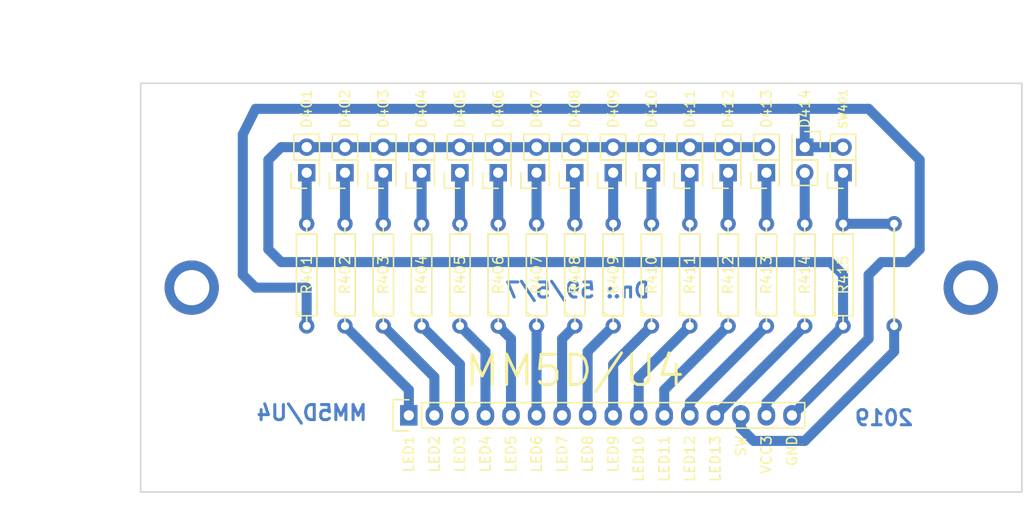
<source format=kicad_pcb>
(kicad_pcb (version 4) (host pcbnew 4.0.7)

  (general
    (links 0)
    (no_connects 0)
    (area 102.794999 74.854999 190.575001 115.645001)
    (thickness 1.6)
    (drawings 30)
    (tracks 73)
    (zones 0)
    (modules 35)
    (nets 1)
  )

  (page A4)
  (title_block
    (title "MM5D controlling and remote monitoring equipment")
    (date 2019-11-01)
    (rev 191101)
    (company "Pozsar Zsolt - http://www.szerafingomba.hu")
    (comment 1 "Unit U4")
    (comment 2 LEDs)
    (comment 4 "Draw no.: 59/5/7")
  )

  (layers
    (0 F.Cu signal)
    (31 B.Cu jumper)
    (32 B.Adhes user)
    (33 F.Adhes user)
    (34 B.Paste user)
    (35 F.Paste user)
    (36 B.SilkS user)
    (37 F.SilkS user)
    (38 B.Mask user)
    (39 F.Mask user)
    (40 Dwgs.User user)
    (41 Cmts.User user)
    (42 Eco1.User user)
    (43 Eco2.User user)
    (44 Edge.Cuts user)
    (45 Margin user)
    (46 B.CrtYd user)
    (47 F.CrtYd user)
    (48 B.Fab user)
    (49 F.Fab user)
  )

  (setup
    (last_trace_width 0.25)
    (user_trace_width 1)
    (trace_clearance 0.2)
    (zone_clearance 0.508)
    (zone_45_only no)
    (trace_min 0.2)
    (segment_width 0.2)
    (edge_width 0.15)
    (via_size 0.6)
    (via_drill 0.4)
    (via_min_size 0.4)
    (via_min_drill 0.3)
    (uvia_size 0.3)
    (uvia_drill 0.1)
    (uvias_allowed no)
    (uvia_min_size 0.2)
    (uvia_min_drill 0.1)
    (pcb_text_width 0.3)
    (pcb_text_size 1.5 1.5)
    (mod_edge_width 0.15)
    (mod_text_size 1 1)
    (mod_text_width 0.15)
    (pad_size 1.524 1.524)
    (pad_drill 0.8128)
    (pad_to_mask_clearance 0.2)
    (aux_axis_origin 0 0)
    (visible_elements 7FFEFF7F)
    (pcbplotparams
      (layerselection 0x01060_80000000)
      (usegerberextensions false)
      (excludeedgelayer false)
      (linewidth 0.150000)
      (plotframeref false)
      (viasonmask false)
      (mode 1)
      (useauxorigin false)
      (hpglpennumber 1)
      (hpglpenspeed 20)
      (hpglpendiameter 15)
      (hpglpenoverlay 2)
      (psnegative false)
      (psa4output false)
      (plotreference true)
      (plotvalue false)
      (plotinvisibletext false)
      (padsonsilk false)
      (subtractmaskfromsilk false)
      (outputformat 1)
      (mirror false)
      (drillshape 0)
      (scaleselection 1)
      (outputdirectory ""))
  )

  (net 0 "")

  (net_class Default "This is the default net class."
    (clearance 0.2)
    (trace_width 0.25)
    (via_dia 0.6)
    (via_drill 0.4)
    (uvia_dia 0.3)
    (uvia_drill 0.1)
  )

  (module Discret:R4 (layer F.Cu) (tedit 5E47ED23) (tstamp 5E48C715)
    (at 149.86 93.98 90)
    (descr "Resitance 4 pas")
    (tags R)
    (fp_text reference R409 (at 0 0 90) (layer F.SilkS)
      (effects (font (size 1 1) (thickness 0.15)))
    )
    (fp_text value R4 (at 0 0 90) (layer F.Fab)
      (effects (font (size 1 1) (thickness 0.15)))
    )
    (fp_line (start -5.08 0) (end -4.064 0) (layer F.SilkS) (width 0.15))
    (fp_line (start -4.064 0) (end -4.064 -1.016) (layer F.SilkS) (width 0.15))
    (fp_line (start -4.064 -1.016) (end 4.064 -1.016) (layer F.SilkS) (width 0.15))
    (fp_line (start 4.064 -1.016) (end 4.064 1.016) (layer F.SilkS) (width 0.15))
    (fp_line (start 4.064 1.016) (end -4.064 1.016) (layer F.SilkS) (width 0.15))
    (fp_line (start -4.064 1.016) (end -4.064 0) (layer F.SilkS) (width 0.15))
    (fp_line (start -4.064 -0.508) (end -3.556 -1.016) (layer F.SilkS) (width 0.15))
    (fp_line (start 5.08 0) (end 4.064 0) (layer F.SilkS) (width 0.15))
    (pad 1 thru_hole circle (at -5.08 0 90) (size 1.524 1.524) (drill 0.8128) (layers *.Cu *.Mask))
    (pad 2 thru_hole circle (at 5.08 0 90) (size 1.524 1.524) (drill 0.8128) (layers *.Cu *.Mask))
    (model Discret.3dshapes/R4.wrl
      (at (xyz 0 0 0))
      (scale (xyz 0.4 0.4 0.4))
      (rotate (xyz 0 0 0))
    )
  )

  (module Pin_Headers:Pin_Header_Straight_2x01 (layer F.Cu) (tedit 5E47EC23) (tstamp 5E48C705)
    (at 149.86 83.82 90)
    (descr "Through hole pin header")
    (tags "pin header")
    (fp_text reference D409 (at 6.35 0 90) (layer F.SilkS)
      (effects (font (size 1 1) (thickness 0.15)))
    )
    (fp_text value Pin_Header_Straight_2x01 (at 0 -3.1 90) (layer F.Fab)
      (effects (font (size 1 1) (thickness 0.15)))
    )
    (fp_line (start -1.75 -1.75) (end -1.75 1.75) (layer F.CrtYd) (width 0.05))
    (fp_line (start 4.3 -1.75) (end 4.3 1.75) (layer F.CrtYd) (width 0.05))
    (fp_line (start -1.75 -1.75) (end 4.3 -1.75) (layer F.CrtYd) (width 0.05))
    (fp_line (start -1.75 1.75) (end 4.3 1.75) (layer F.CrtYd) (width 0.05))
    (fp_line (start -1.55 0) (end -1.55 -1.55) (layer F.SilkS) (width 0.15))
    (fp_line (start 0 -1.55) (end -1.55 -1.55) (layer F.SilkS) (width 0.15))
    (fp_line (start -1.27 1.27) (end 1.27 1.27) (layer F.SilkS) (width 0.15))
    (fp_line (start 3.81 -1.27) (end 1.27 -1.27) (layer F.SilkS) (width 0.15))
    (fp_line (start 1.27 -1.27) (end 1.27 1.27) (layer F.SilkS) (width 0.15))
    (fp_line (start 1.27 1.27) (end 3.81 1.27) (layer F.SilkS) (width 0.15))
    (fp_line (start 3.81 1.27) (end 3.81 -1.27) (layer F.SilkS) (width 0.15))
    (pad 1 thru_hole rect (at 0 0 90) (size 1.7272 1.7272) (drill 1.016) (layers *.Cu *.Mask))
    (pad 2 thru_hole oval (at 2.54 0 90) (size 1.7272 1.7272) (drill 1.016) (layers *.Cu *.Mask))
    (model Pin_Headers.3dshapes/Pin_Header_Straight_2x01.wrl
      (at (xyz 0.05 0 0))
      (scale (xyz 1 1 1))
      (rotate (xyz 0 0 90))
    )
  )

  (module Pin_Headers:Pin_Header_Straight_2x01 (layer F.Cu) (tedit 5E47EC2C) (tstamp 5E48C6F5)
    (at 153.67 83.82 90)
    (descr "Through hole pin header")
    (tags "pin header")
    (fp_text reference D410 (at 6.35 0 90) (layer F.SilkS)
      (effects (font (size 1 1) (thickness 0.15)))
    )
    (fp_text value Pin_Header_Straight_2x01 (at 0 -3.1 90) (layer F.Fab)
      (effects (font (size 1 1) (thickness 0.15)))
    )
    (fp_line (start -1.75 -1.75) (end -1.75 1.75) (layer F.CrtYd) (width 0.05))
    (fp_line (start 4.3 -1.75) (end 4.3 1.75) (layer F.CrtYd) (width 0.05))
    (fp_line (start -1.75 -1.75) (end 4.3 -1.75) (layer F.CrtYd) (width 0.05))
    (fp_line (start -1.75 1.75) (end 4.3 1.75) (layer F.CrtYd) (width 0.05))
    (fp_line (start -1.55 0) (end -1.55 -1.55) (layer F.SilkS) (width 0.15))
    (fp_line (start 0 -1.55) (end -1.55 -1.55) (layer F.SilkS) (width 0.15))
    (fp_line (start -1.27 1.27) (end 1.27 1.27) (layer F.SilkS) (width 0.15))
    (fp_line (start 3.81 -1.27) (end 1.27 -1.27) (layer F.SilkS) (width 0.15))
    (fp_line (start 1.27 -1.27) (end 1.27 1.27) (layer F.SilkS) (width 0.15))
    (fp_line (start 1.27 1.27) (end 3.81 1.27) (layer F.SilkS) (width 0.15))
    (fp_line (start 3.81 1.27) (end 3.81 -1.27) (layer F.SilkS) (width 0.15))
    (pad 1 thru_hole rect (at 0 0 90) (size 1.7272 1.7272) (drill 1.016) (layers *.Cu *.Mask))
    (pad 2 thru_hole oval (at 2.54 0 90) (size 1.7272 1.7272) (drill 1.016) (layers *.Cu *.Mask))
    (model Pin_Headers.3dshapes/Pin_Header_Straight_2x01.wrl
      (at (xyz 0.05 0 0))
      (scale (xyz 1 1 1))
      (rotate (xyz 0 0 90))
    )
  )

  (module Discret:R4 (layer F.Cu) (tedit 5E47ED1F) (tstamp 5E48C6E8)
    (at 153.67 93.98 90)
    (descr "Resitance 4 pas")
    (tags R)
    (fp_text reference R410 (at 0 0 90) (layer F.SilkS)
      (effects (font (size 1 1) (thickness 0.15)))
    )
    (fp_text value R4 (at 0 0 90) (layer F.Fab)
      (effects (font (size 1 1) (thickness 0.15)))
    )
    (fp_line (start -5.08 0) (end -4.064 0) (layer F.SilkS) (width 0.15))
    (fp_line (start -4.064 0) (end -4.064 -1.016) (layer F.SilkS) (width 0.15))
    (fp_line (start -4.064 -1.016) (end 4.064 -1.016) (layer F.SilkS) (width 0.15))
    (fp_line (start 4.064 -1.016) (end 4.064 1.016) (layer F.SilkS) (width 0.15))
    (fp_line (start 4.064 1.016) (end -4.064 1.016) (layer F.SilkS) (width 0.15))
    (fp_line (start -4.064 1.016) (end -4.064 0) (layer F.SilkS) (width 0.15))
    (fp_line (start -4.064 -0.508) (end -3.556 -1.016) (layer F.SilkS) (width 0.15))
    (fp_line (start 5.08 0) (end 4.064 0) (layer F.SilkS) (width 0.15))
    (pad 1 thru_hole circle (at -5.08 0 90) (size 1.524 1.524) (drill 0.8128) (layers *.Cu *.Mask))
    (pad 2 thru_hole circle (at 5.08 0 90) (size 1.524 1.524) (drill 0.8128) (layers *.Cu *.Mask))
    (model Discret.3dshapes/R4.wrl
      (at (xyz 0 0 0))
      (scale (xyz 0.4 0.4 0.4))
      (rotate (xyz 0 0 0))
    )
  )

  (module Discret:R4 (layer F.Cu) (tedit 5E47ED10) (tstamp 5E48C6DB)
    (at 161.29 93.98 90)
    (descr "Resitance 4 pas")
    (tags R)
    (fp_text reference R412 (at 0 0 90) (layer F.SilkS)
      (effects (font (size 1 1) (thickness 0.15)))
    )
    (fp_text value R4 (at 0 0 90) (layer F.Fab)
      (effects (font (size 1 1) (thickness 0.15)))
    )
    (fp_line (start -5.08 0) (end -4.064 0) (layer F.SilkS) (width 0.15))
    (fp_line (start -4.064 0) (end -4.064 -1.016) (layer F.SilkS) (width 0.15))
    (fp_line (start -4.064 -1.016) (end 4.064 -1.016) (layer F.SilkS) (width 0.15))
    (fp_line (start 4.064 -1.016) (end 4.064 1.016) (layer F.SilkS) (width 0.15))
    (fp_line (start 4.064 1.016) (end -4.064 1.016) (layer F.SilkS) (width 0.15))
    (fp_line (start -4.064 1.016) (end -4.064 0) (layer F.SilkS) (width 0.15))
    (fp_line (start -4.064 -0.508) (end -3.556 -1.016) (layer F.SilkS) (width 0.15))
    (fp_line (start 5.08 0) (end 4.064 0) (layer F.SilkS) (width 0.15))
    (pad 1 thru_hole circle (at -5.08 0 90) (size 1.524 1.524) (drill 0.8128) (layers *.Cu *.Mask))
    (pad 2 thru_hole circle (at 5.08 0 90) (size 1.524 1.524) (drill 0.8128) (layers *.Cu *.Mask))
    (model Discret.3dshapes/R4.wrl
      (at (xyz 0 0 0))
      (scale (xyz 0.4 0.4 0.4))
      (rotate (xyz 0 0 0))
    )
  )

  (module Pin_Headers:Pin_Header_Straight_2x01 (layer F.Cu) (tedit 5E47EC55) (tstamp 5E48C6CB)
    (at 161.29 83.82 90)
    (descr "Through hole pin header")
    (tags "pin header")
    (fp_text reference D412 (at 6.35 0 90) (layer F.SilkS)
      (effects (font (size 1 1) (thickness 0.15)))
    )
    (fp_text value Pin_Header_Straight_2x01 (at 0 -3.1 90) (layer F.Fab)
      (effects (font (size 1 1) (thickness 0.15)))
    )
    (fp_line (start -1.75 -1.75) (end -1.75 1.75) (layer F.CrtYd) (width 0.05))
    (fp_line (start 4.3 -1.75) (end 4.3 1.75) (layer F.CrtYd) (width 0.05))
    (fp_line (start -1.75 -1.75) (end 4.3 -1.75) (layer F.CrtYd) (width 0.05))
    (fp_line (start -1.75 1.75) (end 4.3 1.75) (layer F.CrtYd) (width 0.05))
    (fp_line (start -1.55 0) (end -1.55 -1.55) (layer F.SilkS) (width 0.15))
    (fp_line (start 0 -1.55) (end -1.55 -1.55) (layer F.SilkS) (width 0.15))
    (fp_line (start -1.27 1.27) (end 1.27 1.27) (layer F.SilkS) (width 0.15))
    (fp_line (start 3.81 -1.27) (end 1.27 -1.27) (layer F.SilkS) (width 0.15))
    (fp_line (start 1.27 -1.27) (end 1.27 1.27) (layer F.SilkS) (width 0.15))
    (fp_line (start 1.27 1.27) (end 3.81 1.27) (layer F.SilkS) (width 0.15))
    (fp_line (start 3.81 1.27) (end 3.81 -1.27) (layer F.SilkS) (width 0.15))
    (pad 1 thru_hole rect (at 0 0 90) (size 1.7272 1.7272) (drill 1.016) (layers *.Cu *.Mask))
    (pad 2 thru_hole oval (at 2.54 0 90) (size 1.7272 1.7272) (drill 1.016) (layers *.Cu *.Mask))
    (model Pin_Headers.3dshapes/Pin_Header_Straight_2x01.wrl
      (at (xyz 0.05 0 0))
      (scale (xyz 1 1 1))
      (rotate (xyz 0 0 90))
    )
  )

  (module Pin_Headers:Pin_Header_Straight_2x01 (layer F.Cu) (tedit 5E47EC41) (tstamp 5E48C6BB)
    (at 157.48 83.82 90)
    (descr "Through hole pin header")
    (tags "pin header")
    (fp_text reference D411 (at 6.35 0 90) (layer F.SilkS)
      (effects (font (size 1 1) (thickness 0.15)))
    )
    (fp_text value Pin_Header_Straight_2x01 (at 0 -3.1 90) (layer F.Fab)
      (effects (font (size 1 1) (thickness 0.15)))
    )
    (fp_line (start -1.75 -1.75) (end -1.75 1.75) (layer F.CrtYd) (width 0.05))
    (fp_line (start 4.3 -1.75) (end 4.3 1.75) (layer F.CrtYd) (width 0.05))
    (fp_line (start -1.75 -1.75) (end 4.3 -1.75) (layer F.CrtYd) (width 0.05))
    (fp_line (start -1.75 1.75) (end 4.3 1.75) (layer F.CrtYd) (width 0.05))
    (fp_line (start -1.55 0) (end -1.55 -1.55) (layer F.SilkS) (width 0.15))
    (fp_line (start 0 -1.55) (end -1.55 -1.55) (layer F.SilkS) (width 0.15))
    (fp_line (start -1.27 1.27) (end 1.27 1.27) (layer F.SilkS) (width 0.15))
    (fp_line (start 3.81 -1.27) (end 1.27 -1.27) (layer F.SilkS) (width 0.15))
    (fp_line (start 1.27 -1.27) (end 1.27 1.27) (layer F.SilkS) (width 0.15))
    (fp_line (start 1.27 1.27) (end 3.81 1.27) (layer F.SilkS) (width 0.15))
    (fp_line (start 3.81 1.27) (end 3.81 -1.27) (layer F.SilkS) (width 0.15))
    (pad 1 thru_hole rect (at 0 0 90) (size 1.7272 1.7272) (drill 1.016) (layers *.Cu *.Mask))
    (pad 2 thru_hole oval (at 2.54 0 90) (size 1.7272 1.7272) (drill 1.016) (layers *.Cu *.Mask))
    (model Pin_Headers.3dshapes/Pin_Header_Straight_2x01.wrl
      (at (xyz 0.05 0 0))
      (scale (xyz 1 1 1))
      (rotate (xyz 0 0 90))
    )
  )

  (module Discret:R4 (layer F.Cu) (tedit 5E47ED15) (tstamp 5E48C6AE)
    (at 157.48 93.98 90)
    (descr "Resitance 4 pas")
    (tags R)
    (fp_text reference R411 (at 0 0 90) (layer F.SilkS)
      (effects (font (size 1 1) (thickness 0.15)))
    )
    (fp_text value R4 (at 0 0 90) (layer F.Fab)
      (effects (font (size 1 1) (thickness 0.15)))
    )
    (fp_line (start -5.08 0) (end -4.064 0) (layer F.SilkS) (width 0.15))
    (fp_line (start -4.064 0) (end -4.064 -1.016) (layer F.SilkS) (width 0.15))
    (fp_line (start -4.064 -1.016) (end 4.064 -1.016) (layer F.SilkS) (width 0.15))
    (fp_line (start 4.064 -1.016) (end 4.064 1.016) (layer F.SilkS) (width 0.15))
    (fp_line (start 4.064 1.016) (end -4.064 1.016) (layer F.SilkS) (width 0.15))
    (fp_line (start -4.064 1.016) (end -4.064 0) (layer F.SilkS) (width 0.15))
    (fp_line (start -4.064 -0.508) (end -3.556 -1.016) (layer F.SilkS) (width 0.15))
    (fp_line (start 5.08 0) (end 4.064 0) (layer F.SilkS) (width 0.15))
    (pad 1 thru_hole circle (at -5.08 0 90) (size 1.524 1.524) (drill 0.8128) (layers *.Cu *.Mask))
    (pad 2 thru_hole circle (at 5.08 0 90) (size 1.524 1.524) (drill 0.8128) (layers *.Cu *.Mask))
    (model Discret.3dshapes/R4.wrl
      (at (xyz 0 0 0))
      (scale (xyz 0.4 0.4 0.4))
      (rotate (xyz 0 0 0))
    )
  )

  (module Discret:R4 (layer F.Cu) (tedit 5E47ED00) (tstamp 5E48C6A1)
    (at 172.72 93.98 90)
    (descr "Resitance 4 pas")
    (tags R)
    (fp_text reference R415 (at 0 0 90) (layer F.SilkS)
      (effects (font (size 1 1) (thickness 0.15)))
    )
    (fp_text value R4 (at 0 0 90) (layer F.Fab)
      (effects (font (size 1 1) (thickness 0.15)))
    )
    (fp_line (start -5.08 0) (end -4.064 0) (layer F.SilkS) (width 0.15))
    (fp_line (start -4.064 0) (end -4.064 -1.016) (layer F.SilkS) (width 0.15))
    (fp_line (start -4.064 -1.016) (end 4.064 -1.016) (layer F.SilkS) (width 0.15))
    (fp_line (start 4.064 -1.016) (end 4.064 1.016) (layer F.SilkS) (width 0.15))
    (fp_line (start 4.064 1.016) (end -4.064 1.016) (layer F.SilkS) (width 0.15))
    (fp_line (start -4.064 1.016) (end -4.064 0) (layer F.SilkS) (width 0.15))
    (fp_line (start -4.064 -0.508) (end -3.556 -1.016) (layer F.SilkS) (width 0.15))
    (fp_line (start 5.08 0) (end 4.064 0) (layer F.SilkS) (width 0.15))
    (pad 1 thru_hole circle (at -5.08 0 90) (size 1.524 1.524) (drill 0.8128) (layers *.Cu *.Mask))
    (pad 2 thru_hole circle (at 5.08 0 90) (size 1.524 1.524) (drill 0.8128) (layers *.Cu *.Mask))
    (model Discret.3dshapes/R4.wrl
      (at (xyz 0 0 0))
      (scale (xyz 0.4 0.4 0.4))
      (rotate (xyz 0 0 0))
    )
  )

  (module Pin_Headers:Pin_Header_Straight_2x01 (layer F.Cu) (tedit 5E47ED81) (tstamp 5E48C691)
    (at 172.72 83.82 90)
    (descr "Through hole pin header")
    (tags "pin header")
    (fp_text reference SW401 (at 6.35 0 90) (layer F.SilkS)
      (effects (font (size 0.8 0.8) (thickness 0.15)))
    )
    (fp_text value Pin_Header_Straight_2x01 (at 0 -3.1 90) (layer F.Fab)
      (effects (font (size 1 1) (thickness 0.15)))
    )
    (fp_line (start -1.75 -1.75) (end -1.75 1.75) (layer F.CrtYd) (width 0.05))
    (fp_line (start 4.3 -1.75) (end 4.3 1.75) (layer F.CrtYd) (width 0.05))
    (fp_line (start -1.75 -1.75) (end 4.3 -1.75) (layer F.CrtYd) (width 0.05))
    (fp_line (start -1.75 1.75) (end 4.3 1.75) (layer F.CrtYd) (width 0.05))
    (fp_line (start -1.55 0) (end -1.55 -1.55) (layer F.SilkS) (width 0.15))
    (fp_line (start 0 -1.55) (end -1.55 -1.55) (layer F.SilkS) (width 0.15))
    (fp_line (start -1.27 1.27) (end 1.27 1.27) (layer F.SilkS) (width 0.15))
    (fp_line (start 3.81 -1.27) (end 1.27 -1.27) (layer F.SilkS) (width 0.15))
    (fp_line (start 1.27 -1.27) (end 1.27 1.27) (layer F.SilkS) (width 0.15))
    (fp_line (start 1.27 1.27) (end 3.81 1.27) (layer F.SilkS) (width 0.15))
    (fp_line (start 3.81 1.27) (end 3.81 -1.27) (layer F.SilkS) (width 0.15))
    (pad 1 thru_hole rect (at 0 0 90) (size 1.7272 1.7272) (drill 1.016) (layers *.Cu *.Mask))
    (pad 2 thru_hole oval (at 2.54 0 90) (size 1.7272 1.7272) (drill 1.016) (layers *.Cu *.Mask))
    (model Pin_Headers.3dshapes/Pin_Header_Straight_2x01.wrl
      (at (xyz 0.05 0 0))
      (scale (xyz 1 1 1))
      (rotate (xyz 0 0 90))
    )
  )

  (module Discret:R4 (layer F.Cu) (tedit 5E47ED06) (tstamp 5E48C684)
    (at 168.91 93.98 90)
    (descr "Resitance 4 pas")
    (tags R)
    (fp_text reference R414 (at 0 0 90) (layer F.SilkS)
      (effects (font (size 1 1) (thickness 0.15)))
    )
    (fp_text value R4 (at 0 0 90) (layer F.Fab)
      (effects (font (size 1 1) (thickness 0.15)))
    )
    (fp_line (start -5.08 0) (end -4.064 0) (layer F.SilkS) (width 0.15))
    (fp_line (start -4.064 0) (end -4.064 -1.016) (layer F.SilkS) (width 0.15))
    (fp_line (start -4.064 -1.016) (end 4.064 -1.016) (layer F.SilkS) (width 0.15))
    (fp_line (start 4.064 -1.016) (end 4.064 1.016) (layer F.SilkS) (width 0.15))
    (fp_line (start 4.064 1.016) (end -4.064 1.016) (layer F.SilkS) (width 0.15))
    (fp_line (start -4.064 1.016) (end -4.064 0) (layer F.SilkS) (width 0.15))
    (fp_line (start -4.064 -0.508) (end -3.556 -1.016) (layer F.SilkS) (width 0.15))
    (fp_line (start 5.08 0) (end 4.064 0) (layer F.SilkS) (width 0.15))
    (pad 1 thru_hole circle (at -5.08 0 90) (size 1.524 1.524) (drill 0.8128) (layers *.Cu *.Mask))
    (pad 2 thru_hole circle (at 5.08 0 90) (size 1.524 1.524) (drill 0.8128) (layers *.Cu *.Mask))
    (model Discret.3dshapes/R4.wrl
      (at (xyz 0 0 0))
      (scale (xyz 0.4 0.4 0.4))
      (rotate (xyz 0 0 0))
    )
  )

  (module Pin_Headers:Pin_Header_Straight_2x01 (layer F.Cu) (tedit 5E47EC5F) (tstamp 5E48C674)
    (at 168.91 81.28 270)
    (descr "Through hole pin header")
    (tags "pin header")
    (fp_text reference D414 (at -3.81 0 270) (layer F.SilkS)
      (effects (font (size 1 1) (thickness 0.15)))
    )
    (fp_text value Pin_Header_Straight_2x01 (at 0 -3.1 270) (layer F.Fab)
      (effects (font (size 1 1) (thickness 0.15)))
    )
    (fp_line (start -1.75 -1.75) (end -1.75 1.75) (layer F.CrtYd) (width 0.05))
    (fp_line (start 4.3 -1.75) (end 4.3 1.75) (layer F.CrtYd) (width 0.05))
    (fp_line (start -1.75 -1.75) (end 4.3 -1.75) (layer F.CrtYd) (width 0.05))
    (fp_line (start -1.75 1.75) (end 4.3 1.75) (layer F.CrtYd) (width 0.05))
    (fp_line (start -1.55 0) (end -1.55 -1.55) (layer F.SilkS) (width 0.15))
    (fp_line (start 0 -1.55) (end -1.55 -1.55) (layer F.SilkS) (width 0.15))
    (fp_line (start -1.27 1.27) (end 1.27 1.27) (layer F.SilkS) (width 0.15))
    (fp_line (start 3.81 -1.27) (end 1.27 -1.27) (layer F.SilkS) (width 0.15))
    (fp_line (start 1.27 -1.27) (end 1.27 1.27) (layer F.SilkS) (width 0.15))
    (fp_line (start 1.27 1.27) (end 3.81 1.27) (layer F.SilkS) (width 0.15))
    (fp_line (start 3.81 1.27) (end 3.81 -1.27) (layer F.SilkS) (width 0.15))
    (pad 1 thru_hole rect (at 0 0 270) (size 1.7272 1.7272) (drill 1.016) (layers *.Cu *.Mask))
    (pad 2 thru_hole oval (at 2.54 0 270) (size 1.7272 1.7272) (drill 1.016) (layers *.Cu *.Mask))
    (model Pin_Headers.3dshapes/Pin_Header_Straight_2x01.wrl
      (at (xyz 0.05 0 0))
      (scale (xyz 1 1 1))
      (rotate (xyz 0 0 90))
    )
  )

  (module Pin_Headers:Pin_Header_Straight_2x01 (layer F.Cu) (tedit 5E47EC5C) (tstamp 5E48C664)
    (at 165.1 83.82 90)
    (descr "Through hole pin header")
    (tags "pin header")
    (fp_text reference D413 (at 6.35 0 90) (layer F.SilkS)
      (effects (font (size 1 1) (thickness 0.15)))
    )
    (fp_text value Pin_Header_Straight_2x01 (at 0 -3.1 90) (layer F.Fab)
      (effects (font (size 1 1) (thickness 0.15)))
    )
    (fp_line (start -1.75 -1.75) (end -1.75 1.75) (layer F.CrtYd) (width 0.05))
    (fp_line (start 4.3 -1.75) (end 4.3 1.75) (layer F.CrtYd) (width 0.05))
    (fp_line (start -1.75 -1.75) (end 4.3 -1.75) (layer F.CrtYd) (width 0.05))
    (fp_line (start -1.75 1.75) (end 4.3 1.75) (layer F.CrtYd) (width 0.05))
    (fp_line (start -1.55 0) (end -1.55 -1.55) (layer F.SilkS) (width 0.15))
    (fp_line (start 0 -1.55) (end -1.55 -1.55) (layer F.SilkS) (width 0.15))
    (fp_line (start -1.27 1.27) (end 1.27 1.27) (layer F.SilkS) (width 0.15))
    (fp_line (start 3.81 -1.27) (end 1.27 -1.27) (layer F.SilkS) (width 0.15))
    (fp_line (start 1.27 -1.27) (end 1.27 1.27) (layer F.SilkS) (width 0.15))
    (fp_line (start 1.27 1.27) (end 3.81 1.27) (layer F.SilkS) (width 0.15))
    (fp_line (start 3.81 1.27) (end 3.81 -1.27) (layer F.SilkS) (width 0.15))
    (pad 1 thru_hole rect (at 0 0 90) (size 1.7272 1.7272) (drill 1.016) (layers *.Cu *.Mask))
    (pad 2 thru_hole oval (at 2.54 0 90) (size 1.7272 1.7272) (drill 1.016) (layers *.Cu *.Mask))
    (model Pin_Headers.3dshapes/Pin_Header_Straight_2x01.wrl
      (at (xyz 0.05 0 0))
      (scale (xyz 1 1 1))
      (rotate (xyz 0 0 90))
    )
  )

  (module Discret:R4 (layer F.Cu) (tedit 5E47ED0B) (tstamp 5E48C657)
    (at 165.1 93.98 90)
    (descr "Resitance 4 pas")
    (tags R)
    (fp_text reference R413 (at 0 0 90) (layer F.SilkS)
      (effects (font (size 1 1) (thickness 0.15)))
    )
    (fp_text value R4 (at 0 0 90) (layer F.Fab)
      (effects (font (size 1 1) (thickness 0.15)))
    )
    (fp_line (start -5.08 0) (end -4.064 0) (layer F.SilkS) (width 0.15))
    (fp_line (start -4.064 0) (end -4.064 -1.016) (layer F.SilkS) (width 0.15))
    (fp_line (start -4.064 -1.016) (end 4.064 -1.016) (layer F.SilkS) (width 0.15))
    (fp_line (start 4.064 -1.016) (end 4.064 1.016) (layer F.SilkS) (width 0.15))
    (fp_line (start 4.064 1.016) (end -4.064 1.016) (layer F.SilkS) (width 0.15))
    (fp_line (start -4.064 1.016) (end -4.064 0) (layer F.SilkS) (width 0.15))
    (fp_line (start -4.064 -0.508) (end -3.556 -1.016) (layer F.SilkS) (width 0.15))
    (fp_line (start 5.08 0) (end 4.064 0) (layer F.SilkS) (width 0.15))
    (pad 1 thru_hole circle (at -5.08 0 90) (size 1.524 1.524) (drill 0.8128) (layers *.Cu *.Mask))
    (pad 2 thru_hole circle (at 5.08 0 90) (size 1.524 1.524) (drill 0.8128) (layers *.Cu *.Mask))
    (model Discret.3dshapes/R4.wrl
      (at (xyz 0 0 0))
      (scale (xyz 0.4 0.4 0.4))
      (rotate (xyz 0 0 0))
    )
  )

  (module Discret:R4 (layer F.Cu) (tedit 5E47ED34) (tstamp 5E48C64A)
    (at 134.62 93.98 90)
    (descr "Resitance 4 pas")
    (tags R)
    (fp_text reference R405 (at 0 0 90) (layer F.SilkS)
      (effects (font (size 1 1) (thickness 0.15)))
    )
    (fp_text value R4 (at 0 0 90) (layer F.Fab)
      (effects (font (size 1 1) (thickness 0.15)))
    )
    (fp_line (start -5.08 0) (end -4.064 0) (layer F.SilkS) (width 0.15))
    (fp_line (start -4.064 0) (end -4.064 -1.016) (layer F.SilkS) (width 0.15))
    (fp_line (start -4.064 -1.016) (end 4.064 -1.016) (layer F.SilkS) (width 0.15))
    (fp_line (start 4.064 -1.016) (end 4.064 1.016) (layer F.SilkS) (width 0.15))
    (fp_line (start 4.064 1.016) (end -4.064 1.016) (layer F.SilkS) (width 0.15))
    (fp_line (start -4.064 1.016) (end -4.064 0) (layer F.SilkS) (width 0.15))
    (fp_line (start -4.064 -0.508) (end -3.556 -1.016) (layer F.SilkS) (width 0.15))
    (fp_line (start 5.08 0) (end 4.064 0) (layer F.SilkS) (width 0.15))
    (pad 1 thru_hole circle (at -5.08 0 90) (size 1.524 1.524) (drill 0.8128) (layers *.Cu *.Mask))
    (pad 2 thru_hole circle (at 5.08 0 90) (size 1.524 1.524) (drill 0.8128) (layers *.Cu *.Mask))
    (model Discret.3dshapes/R4.wrl
      (at (xyz 0 0 0))
      (scale (xyz 0.4 0.4 0.4))
      (rotate (xyz 0 0 0))
    )
  )

  (module Pin_Headers:Pin_Header_Straight_2x01 (layer F.Cu) (tedit 5E47CB3E) (tstamp 5E48C63A)
    (at 134.62 83.82 90)
    (descr "Through hole pin header")
    (tags "pin header")
    (fp_text reference D405 (at 6.35 0 90) (layer F.SilkS)
      (effects (font (size 1 1) (thickness 0.15)))
    )
    (fp_text value Pin_Header_Straight_2x01 (at 0 -3.1 90) (layer F.Fab)
      (effects (font (size 1 1) (thickness 0.15)))
    )
    (fp_line (start -1.75 -1.75) (end -1.75 1.75) (layer F.CrtYd) (width 0.05))
    (fp_line (start 4.3 -1.75) (end 4.3 1.75) (layer F.CrtYd) (width 0.05))
    (fp_line (start -1.75 -1.75) (end 4.3 -1.75) (layer F.CrtYd) (width 0.05))
    (fp_line (start -1.75 1.75) (end 4.3 1.75) (layer F.CrtYd) (width 0.05))
    (fp_line (start -1.55 0) (end -1.55 -1.55) (layer F.SilkS) (width 0.15))
    (fp_line (start 0 -1.55) (end -1.55 -1.55) (layer F.SilkS) (width 0.15))
    (fp_line (start -1.27 1.27) (end 1.27 1.27) (layer F.SilkS) (width 0.15))
    (fp_line (start 3.81 -1.27) (end 1.27 -1.27) (layer F.SilkS) (width 0.15))
    (fp_line (start 1.27 -1.27) (end 1.27 1.27) (layer F.SilkS) (width 0.15))
    (fp_line (start 1.27 1.27) (end 3.81 1.27) (layer F.SilkS) (width 0.15))
    (fp_line (start 3.81 1.27) (end 3.81 -1.27) (layer F.SilkS) (width 0.15))
    (pad 1 thru_hole rect (at 0 0 90) (size 1.7272 1.7272) (drill 1.016) (layers *.Cu *.Mask))
    (pad 2 thru_hole oval (at 2.54 0 90) (size 1.7272 1.7272) (drill 1.016) (layers *.Cu *.Mask))
    (model Pin_Headers.3dshapes/Pin_Header_Straight_2x01.wrl
      (at (xyz 0.05 0 0))
      (scale (xyz 1 1 1))
      (rotate (xyz 0 0 90))
    )
  )

  (module Pin_Headers:Pin_Header_Straight_2x01 (layer F.Cu) (tedit 5E47CB49) (tstamp 5E48C62A)
    (at 138.43 83.82 90)
    (descr "Through hole pin header")
    (tags "pin header")
    (fp_text reference D406 (at 6.35 0 90) (layer F.SilkS)
      (effects (font (size 1 1) (thickness 0.15)))
    )
    (fp_text value Pin_Header_Straight_2x01 (at 0 -3.1 90) (layer F.Fab)
      (effects (font (size 1 1) (thickness 0.15)))
    )
    (fp_line (start -1.75 -1.75) (end -1.75 1.75) (layer F.CrtYd) (width 0.05))
    (fp_line (start 4.3 -1.75) (end 4.3 1.75) (layer F.CrtYd) (width 0.05))
    (fp_line (start -1.75 -1.75) (end 4.3 -1.75) (layer F.CrtYd) (width 0.05))
    (fp_line (start -1.75 1.75) (end 4.3 1.75) (layer F.CrtYd) (width 0.05))
    (fp_line (start -1.55 0) (end -1.55 -1.55) (layer F.SilkS) (width 0.15))
    (fp_line (start 0 -1.55) (end -1.55 -1.55) (layer F.SilkS) (width 0.15))
    (fp_line (start -1.27 1.27) (end 1.27 1.27) (layer F.SilkS) (width 0.15))
    (fp_line (start 3.81 -1.27) (end 1.27 -1.27) (layer F.SilkS) (width 0.15))
    (fp_line (start 1.27 -1.27) (end 1.27 1.27) (layer F.SilkS) (width 0.15))
    (fp_line (start 1.27 1.27) (end 3.81 1.27) (layer F.SilkS) (width 0.15))
    (fp_line (start 3.81 1.27) (end 3.81 -1.27) (layer F.SilkS) (width 0.15))
    (pad 1 thru_hole rect (at 0 0 90) (size 1.7272 1.7272) (drill 1.016) (layers *.Cu *.Mask))
    (pad 2 thru_hole oval (at 2.54 0 90) (size 1.7272 1.7272) (drill 1.016) (layers *.Cu *.Mask))
    (model Pin_Headers.3dshapes/Pin_Header_Straight_2x01.wrl
      (at (xyz 0.05 0 0))
      (scale (xyz 1 1 1))
      (rotate (xyz 0 0 90))
    )
  )

  (module Discret:R4 (layer F.Cu) (tedit 5E47ED30) (tstamp 5E48C61D)
    (at 138.43 93.98 90)
    (descr "Resitance 4 pas")
    (tags R)
    (fp_text reference R406 (at 0 0 90) (layer F.SilkS)
      (effects (font (size 1 1) (thickness 0.15)))
    )
    (fp_text value R4 (at 0 0 90) (layer F.Fab)
      (effects (font (size 1 1) (thickness 0.15)))
    )
    (fp_line (start -5.08 0) (end -4.064 0) (layer F.SilkS) (width 0.15))
    (fp_line (start -4.064 0) (end -4.064 -1.016) (layer F.SilkS) (width 0.15))
    (fp_line (start -4.064 -1.016) (end 4.064 -1.016) (layer F.SilkS) (width 0.15))
    (fp_line (start 4.064 -1.016) (end 4.064 1.016) (layer F.SilkS) (width 0.15))
    (fp_line (start 4.064 1.016) (end -4.064 1.016) (layer F.SilkS) (width 0.15))
    (fp_line (start -4.064 1.016) (end -4.064 0) (layer F.SilkS) (width 0.15))
    (fp_line (start -4.064 -0.508) (end -3.556 -1.016) (layer F.SilkS) (width 0.15))
    (fp_line (start 5.08 0) (end 4.064 0) (layer F.SilkS) (width 0.15))
    (pad 1 thru_hole circle (at -5.08 0 90) (size 1.524 1.524) (drill 0.8128) (layers *.Cu *.Mask))
    (pad 2 thru_hole circle (at 5.08 0 90) (size 1.524 1.524) (drill 0.8128) (layers *.Cu *.Mask))
    (model Discret.3dshapes/R4.wrl
      (at (xyz 0 0 0))
      (scale (xyz 0.4 0.4 0.4))
      (rotate (xyz 0 0 0))
    )
  )

  (module Discret:R4 (layer F.Cu) (tedit 5E47ED28) (tstamp 5E48C610)
    (at 146.05 93.98 90)
    (descr "Resitance 4 pas")
    (tags R)
    (fp_text reference R408 (at 0 0 90) (layer F.SilkS)
      (effects (font (size 1 1) (thickness 0.15)))
    )
    (fp_text value R4 (at 0 0 90) (layer F.Fab)
      (effects (font (size 1 1) (thickness 0.15)))
    )
    (fp_line (start -5.08 0) (end -4.064 0) (layer F.SilkS) (width 0.15))
    (fp_line (start -4.064 0) (end -4.064 -1.016) (layer F.SilkS) (width 0.15))
    (fp_line (start -4.064 -1.016) (end 4.064 -1.016) (layer F.SilkS) (width 0.15))
    (fp_line (start 4.064 -1.016) (end 4.064 1.016) (layer F.SilkS) (width 0.15))
    (fp_line (start 4.064 1.016) (end -4.064 1.016) (layer F.SilkS) (width 0.15))
    (fp_line (start -4.064 1.016) (end -4.064 0) (layer F.SilkS) (width 0.15))
    (fp_line (start -4.064 -0.508) (end -3.556 -1.016) (layer F.SilkS) (width 0.15))
    (fp_line (start 5.08 0) (end 4.064 0) (layer F.SilkS) (width 0.15))
    (pad 1 thru_hole circle (at -5.08 0 90) (size 1.524 1.524) (drill 0.8128) (layers *.Cu *.Mask))
    (pad 2 thru_hole circle (at 5.08 0 90) (size 1.524 1.524) (drill 0.8128) (layers *.Cu *.Mask))
    (model Discret.3dshapes/R4.wrl
      (at (xyz 0 0 0))
      (scale (xyz 0.4 0.4 0.4))
      (rotate (xyz 0 0 0))
    )
  )

  (module Pin_Headers:Pin_Header_Straight_2x01 (layer F.Cu) (tedit 5E47EC1D) (tstamp 5E48C600)
    (at 146.05 83.82 90)
    (descr "Through hole pin header")
    (tags "pin header")
    (fp_text reference D408 (at 6.35 0 90) (layer F.SilkS)
      (effects (font (size 1 1) (thickness 0.15)))
    )
    (fp_text value Pin_Header_Straight_2x01 (at 0 -3.1 90) (layer F.Fab)
      (effects (font (size 1 1) (thickness 0.15)))
    )
    (fp_line (start -1.75 -1.75) (end -1.75 1.75) (layer F.CrtYd) (width 0.05))
    (fp_line (start 4.3 -1.75) (end 4.3 1.75) (layer F.CrtYd) (width 0.05))
    (fp_line (start -1.75 -1.75) (end 4.3 -1.75) (layer F.CrtYd) (width 0.05))
    (fp_line (start -1.75 1.75) (end 4.3 1.75) (layer F.CrtYd) (width 0.05))
    (fp_line (start -1.55 0) (end -1.55 -1.55) (layer F.SilkS) (width 0.15))
    (fp_line (start 0 -1.55) (end -1.55 -1.55) (layer F.SilkS) (width 0.15))
    (fp_line (start -1.27 1.27) (end 1.27 1.27) (layer F.SilkS) (width 0.15))
    (fp_line (start 3.81 -1.27) (end 1.27 -1.27) (layer F.SilkS) (width 0.15))
    (fp_line (start 1.27 -1.27) (end 1.27 1.27) (layer F.SilkS) (width 0.15))
    (fp_line (start 1.27 1.27) (end 3.81 1.27) (layer F.SilkS) (width 0.15))
    (fp_line (start 3.81 1.27) (end 3.81 -1.27) (layer F.SilkS) (width 0.15))
    (pad 1 thru_hole rect (at 0 0 90) (size 1.7272 1.7272) (drill 1.016) (layers *.Cu *.Mask))
    (pad 2 thru_hole oval (at 2.54 0 90) (size 1.7272 1.7272) (drill 1.016) (layers *.Cu *.Mask))
    (model Pin_Headers.3dshapes/Pin_Header_Straight_2x01.wrl
      (at (xyz 0.05 0 0))
      (scale (xyz 1 1 1))
      (rotate (xyz 0 0 90))
    )
  )

  (module Pin_Headers:Pin_Header_Straight_2x01 (layer F.Cu) (tedit 5E47CB4F) (tstamp 5E48C5F0)
    (at 142.24 83.82 90)
    (descr "Through hole pin header")
    (tags "pin header")
    (fp_text reference D407 (at 6.35 0 90) (layer F.SilkS)
      (effects (font (size 1 1) (thickness 0.15)))
    )
    (fp_text value Pin_Header_Straight_2x01 (at 0 -3.1 90) (layer F.Fab)
      (effects (font (size 1 1) (thickness 0.15)))
    )
    (fp_line (start -1.75 -1.75) (end -1.75 1.75) (layer F.CrtYd) (width 0.05))
    (fp_line (start 4.3 -1.75) (end 4.3 1.75) (layer F.CrtYd) (width 0.05))
    (fp_line (start -1.75 -1.75) (end 4.3 -1.75) (layer F.CrtYd) (width 0.05))
    (fp_line (start -1.75 1.75) (end 4.3 1.75) (layer F.CrtYd) (width 0.05))
    (fp_line (start -1.55 0) (end -1.55 -1.55) (layer F.SilkS) (width 0.15))
    (fp_line (start 0 -1.55) (end -1.55 -1.55) (layer F.SilkS) (width 0.15))
    (fp_line (start -1.27 1.27) (end 1.27 1.27) (layer F.SilkS) (width 0.15))
    (fp_line (start 3.81 -1.27) (end 1.27 -1.27) (layer F.SilkS) (width 0.15))
    (fp_line (start 1.27 -1.27) (end 1.27 1.27) (layer F.SilkS) (width 0.15))
    (fp_line (start 1.27 1.27) (end 3.81 1.27) (layer F.SilkS) (width 0.15))
    (fp_line (start 3.81 1.27) (end 3.81 -1.27) (layer F.SilkS) (width 0.15))
    (pad 1 thru_hole rect (at 0 0 90) (size 1.7272 1.7272) (drill 1.016) (layers *.Cu *.Mask))
    (pad 2 thru_hole oval (at 2.54 0 90) (size 1.7272 1.7272) (drill 1.016) (layers *.Cu *.Mask))
    (model Pin_Headers.3dshapes/Pin_Header_Straight_2x01.wrl
      (at (xyz 0.05 0 0))
      (scale (xyz 1 1 1))
      (rotate (xyz 0 0 90))
    )
  )

  (module Discret:R4 (layer F.Cu) (tedit 5E47ED2C) (tstamp 5E48C5E3)
    (at 142.24 93.98 90)
    (descr "Resitance 4 pas")
    (tags R)
    (fp_text reference R407 (at 0 0 90) (layer F.SilkS)
      (effects (font (size 1 1) (thickness 0.15)))
    )
    (fp_text value R4 (at 0 0 90) (layer F.Fab)
      (effects (font (size 1 1) (thickness 0.15)))
    )
    (fp_line (start -5.08 0) (end -4.064 0) (layer F.SilkS) (width 0.15))
    (fp_line (start -4.064 0) (end -4.064 -1.016) (layer F.SilkS) (width 0.15))
    (fp_line (start -4.064 -1.016) (end 4.064 -1.016) (layer F.SilkS) (width 0.15))
    (fp_line (start 4.064 -1.016) (end 4.064 1.016) (layer F.SilkS) (width 0.15))
    (fp_line (start 4.064 1.016) (end -4.064 1.016) (layer F.SilkS) (width 0.15))
    (fp_line (start -4.064 1.016) (end -4.064 0) (layer F.SilkS) (width 0.15))
    (fp_line (start -4.064 -0.508) (end -3.556 -1.016) (layer F.SilkS) (width 0.15))
    (fp_line (start 5.08 0) (end 4.064 0) (layer F.SilkS) (width 0.15))
    (pad 1 thru_hole circle (at -5.08 0 90) (size 1.524 1.524) (drill 0.8128) (layers *.Cu *.Mask))
    (pad 2 thru_hole circle (at 5.08 0 90) (size 1.524 1.524) (drill 0.8128) (layers *.Cu *.Mask))
    (model Discret.3dshapes/R4.wrl
      (at (xyz 0 0 0))
      (scale (xyz 0.4 0.4 0.4))
      (rotate (xyz 0 0 0))
    )
  )

  (module Discret:R4 (layer F.Cu) (tedit 5E47ED3E) (tstamp 5E48C5D6)
    (at 127 93.98 90)
    (descr "Resitance 4 pas")
    (tags R)
    (fp_text reference R403 (at 0 0 90) (layer F.SilkS)
      (effects (font (size 1 1) (thickness 0.15)))
    )
    (fp_text value R4 (at 0 0 90) (layer F.Fab)
      (effects (font (size 1 1) (thickness 0.15)))
    )
    (fp_line (start -5.08 0) (end -4.064 0) (layer F.SilkS) (width 0.15))
    (fp_line (start -4.064 0) (end -4.064 -1.016) (layer F.SilkS) (width 0.15))
    (fp_line (start -4.064 -1.016) (end 4.064 -1.016) (layer F.SilkS) (width 0.15))
    (fp_line (start 4.064 -1.016) (end 4.064 1.016) (layer F.SilkS) (width 0.15))
    (fp_line (start 4.064 1.016) (end -4.064 1.016) (layer F.SilkS) (width 0.15))
    (fp_line (start -4.064 1.016) (end -4.064 0) (layer F.SilkS) (width 0.15))
    (fp_line (start -4.064 -0.508) (end -3.556 -1.016) (layer F.SilkS) (width 0.15))
    (fp_line (start 5.08 0) (end 4.064 0) (layer F.SilkS) (width 0.15))
    (pad 1 thru_hole circle (at -5.08 0 90) (size 1.524 1.524) (drill 0.8128) (layers *.Cu *.Mask))
    (pad 2 thru_hole circle (at 5.08 0 90) (size 1.524 1.524) (drill 0.8128) (layers *.Cu *.Mask))
    (model Discret.3dshapes/R4.wrl
      (at (xyz 0 0 0))
      (scale (xyz 0.4 0.4 0.4))
      (rotate (xyz 0 0 0))
    )
  )

  (module Pin_Headers:Pin_Header_Straight_2x01 (layer F.Cu) (tedit 5E47CB2F) (tstamp 5E48C5C6)
    (at 127 83.82 90)
    (descr "Through hole pin header")
    (tags "pin header")
    (fp_text reference D403 (at 6.35 0 90) (layer F.SilkS)
      (effects (font (size 1 1) (thickness 0.15)))
    )
    (fp_text value Pin_Header_Straight_2x01 (at 0 -3.1 90) (layer F.Fab)
      (effects (font (size 1 1) (thickness 0.15)))
    )
    (fp_line (start -1.75 -1.75) (end -1.75 1.75) (layer F.CrtYd) (width 0.05))
    (fp_line (start 4.3 -1.75) (end 4.3 1.75) (layer F.CrtYd) (width 0.05))
    (fp_line (start -1.75 -1.75) (end 4.3 -1.75) (layer F.CrtYd) (width 0.05))
    (fp_line (start -1.75 1.75) (end 4.3 1.75) (layer F.CrtYd) (width 0.05))
    (fp_line (start -1.55 0) (end -1.55 -1.55) (layer F.SilkS) (width 0.15))
    (fp_line (start 0 -1.55) (end -1.55 -1.55) (layer F.SilkS) (width 0.15))
    (fp_line (start -1.27 1.27) (end 1.27 1.27) (layer F.SilkS) (width 0.15))
    (fp_line (start 3.81 -1.27) (end 1.27 -1.27) (layer F.SilkS) (width 0.15))
    (fp_line (start 1.27 -1.27) (end 1.27 1.27) (layer F.SilkS) (width 0.15))
    (fp_line (start 1.27 1.27) (end 3.81 1.27) (layer F.SilkS) (width 0.15))
    (fp_line (start 3.81 1.27) (end 3.81 -1.27) (layer F.SilkS) (width 0.15))
    (pad 1 thru_hole rect (at 0 0 90) (size 1.7272 1.7272) (drill 1.016) (layers *.Cu *.Mask))
    (pad 2 thru_hole oval (at 2.54 0 90) (size 1.7272 1.7272) (drill 1.016) (layers *.Cu *.Mask))
    (model Pin_Headers.3dshapes/Pin_Header_Straight_2x01.wrl
      (at (xyz 0.05 0 0))
      (scale (xyz 1 1 1))
      (rotate (xyz 0 0 90))
    )
  )

  (module Pin_Headers:Pin_Header_Straight_2x01 (layer F.Cu) (tedit 5E47CB37) (tstamp 5E48C5B6)
    (at 130.81 83.82 90)
    (descr "Through hole pin header")
    (tags "pin header")
    (fp_text reference D404 (at 6.35 0 90) (layer F.SilkS)
      (effects (font (size 1 1) (thickness 0.15)))
    )
    (fp_text value Pin_Header_Straight_2x01 (at 0 -3.1 90) (layer F.Fab)
      (effects (font (size 1 1) (thickness 0.15)))
    )
    (fp_line (start -1.75 -1.75) (end -1.75 1.75) (layer F.CrtYd) (width 0.05))
    (fp_line (start 4.3 -1.75) (end 4.3 1.75) (layer F.CrtYd) (width 0.05))
    (fp_line (start -1.75 -1.75) (end 4.3 -1.75) (layer F.CrtYd) (width 0.05))
    (fp_line (start -1.75 1.75) (end 4.3 1.75) (layer F.CrtYd) (width 0.05))
    (fp_line (start -1.55 0) (end -1.55 -1.55) (layer F.SilkS) (width 0.15))
    (fp_line (start 0 -1.55) (end -1.55 -1.55) (layer F.SilkS) (width 0.15))
    (fp_line (start -1.27 1.27) (end 1.27 1.27) (layer F.SilkS) (width 0.15))
    (fp_line (start 3.81 -1.27) (end 1.27 -1.27) (layer F.SilkS) (width 0.15))
    (fp_line (start 1.27 -1.27) (end 1.27 1.27) (layer F.SilkS) (width 0.15))
    (fp_line (start 1.27 1.27) (end 3.81 1.27) (layer F.SilkS) (width 0.15))
    (fp_line (start 3.81 1.27) (end 3.81 -1.27) (layer F.SilkS) (width 0.15))
    (pad 1 thru_hole rect (at 0 0 90) (size 1.7272 1.7272) (drill 1.016) (layers *.Cu *.Mask))
    (pad 2 thru_hole oval (at 2.54 0 90) (size 1.7272 1.7272) (drill 1.016) (layers *.Cu *.Mask))
    (model Pin_Headers.3dshapes/Pin_Header_Straight_2x01.wrl
      (at (xyz 0.05 0 0))
      (scale (xyz 1 1 1))
      (rotate (xyz 0 0 90))
    )
  )

  (module Discret:R4 (layer F.Cu) (tedit 5E47ED38) (tstamp 5E48C5A9)
    (at 130.81 93.98 90)
    (descr "Resitance 4 pas")
    (tags R)
    (fp_text reference R404 (at 0 0 90) (layer F.SilkS)
      (effects (font (size 1 1) (thickness 0.15)))
    )
    (fp_text value R4 (at 0 0 90) (layer F.Fab)
      (effects (font (size 1 1) (thickness 0.15)))
    )
    (fp_line (start -5.08 0) (end -4.064 0) (layer F.SilkS) (width 0.15))
    (fp_line (start -4.064 0) (end -4.064 -1.016) (layer F.SilkS) (width 0.15))
    (fp_line (start -4.064 -1.016) (end 4.064 -1.016) (layer F.SilkS) (width 0.15))
    (fp_line (start 4.064 -1.016) (end 4.064 1.016) (layer F.SilkS) (width 0.15))
    (fp_line (start 4.064 1.016) (end -4.064 1.016) (layer F.SilkS) (width 0.15))
    (fp_line (start -4.064 1.016) (end -4.064 0) (layer F.SilkS) (width 0.15))
    (fp_line (start -4.064 -0.508) (end -3.556 -1.016) (layer F.SilkS) (width 0.15))
    (fp_line (start 5.08 0) (end 4.064 0) (layer F.SilkS) (width 0.15))
    (pad 1 thru_hole circle (at -5.08 0 90) (size 1.524 1.524) (drill 0.8128) (layers *.Cu *.Mask))
    (pad 2 thru_hole circle (at 5.08 0 90) (size 1.524 1.524) (drill 0.8128) (layers *.Cu *.Mask))
    (model Discret.3dshapes/R4.wrl
      (at (xyz 0 0 0))
      (scale (xyz 0.4 0.4 0.4))
      (rotate (xyz 0 0 0))
    )
  )

  (module Discret:R4 (layer F.Cu) (tedit 5E47ED42) (tstamp 5E48C56F)
    (at 123.19 93.98 90)
    (descr "Resitance 4 pas")
    (tags R)
    (fp_text reference R402 (at 0 0 90) (layer F.SilkS)
      (effects (font (size 1 1) (thickness 0.15)))
    )
    (fp_text value R4 (at 0 0 90) (layer F.Fab)
      (effects (font (size 1 1) (thickness 0.15)))
    )
    (fp_line (start -5.08 0) (end -4.064 0) (layer F.SilkS) (width 0.15))
    (fp_line (start -4.064 0) (end -4.064 -1.016) (layer F.SilkS) (width 0.15))
    (fp_line (start -4.064 -1.016) (end 4.064 -1.016) (layer F.SilkS) (width 0.15))
    (fp_line (start 4.064 -1.016) (end 4.064 1.016) (layer F.SilkS) (width 0.15))
    (fp_line (start 4.064 1.016) (end -4.064 1.016) (layer F.SilkS) (width 0.15))
    (fp_line (start -4.064 1.016) (end -4.064 0) (layer F.SilkS) (width 0.15))
    (fp_line (start -4.064 -0.508) (end -3.556 -1.016) (layer F.SilkS) (width 0.15))
    (fp_line (start 5.08 0) (end 4.064 0) (layer F.SilkS) (width 0.15))
    (pad 1 thru_hole circle (at -5.08 0 90) (size 1.524 1.524) (drill 0.8128) (layers *.Cu *.Mask))
    (pad 2 thru_hole circle (at 5.08 0 90) (size 1.524 1.524) (drill 0.8128) (layers *.Cu *.Mask))
    (model Discret.3dshapes/R4.wrl
      (at (xyz 0 0 0))
      (scale (xyz 0.4 0.4 0.4))
      (rotate (xyz 0 0 0))
    )
  )

  (module Pin_Headers:Pin_Header_Straight_2x01 (layer F.Cu) (tedit 5E47CB29) (tstamp 5E48C55F)
    (at 123.19 83.82 90)
    (descr "Through hole pin header")
    (tags "pin header")
    (fp_text reference D402 (at 6.35 0 90) (layer F.SilkS)
      (effects (font (size 1 1) (thickness 0.15)))
    )
    (fp_text value Pin_Header_Straight_2x01 (at 0 -3.1 90) (layer F.Fab)
      (effects (font (size 1 1) (thickness 0.15)))
    )
    (fp_line (start -1.75 -1.75) (end -1.75 1.75) (layer F.CrtYd) (width 0.05))
    (fp_line (start 4.3 -1.75) (end 4.3 1.75) (layer F.CrtYd) (width 0.05))
    (fp_line (start -1.75 -1.75) (end 4.3 -1.75) (layer F.CrtYd) (width 0.05))
    (fp_line (start -1.75 1.75) (end 4.3 1.75) (layer F.CrtYd) (width 0.05))
    (fp_line (start -1.55 0) (end -1.55 -1.55) (layer F.SilkS) (width 0.15))
    (fp_line (start 0 -1.55) (end -1.55 -1.55) (layer F.SilkS) (width 0.15))
    (fp_line (start -1.27 1.27) (end 1.27 1.27) (layer F.SilkS) (width 0.15))
    (fp_line (start 3.81 -1.27) (end 1.27 -1.27) (layer F.SilkS) (width 0.15))
    (fp_line (start 1.27 -1.27) (end 1.27 1.27) (layer F.SilkS) (width 0.15))
    (fp_line (start 1.27 1.27) (end 3.81 1.27) (layer F.SilkS) (width 0.15))
    (fp_line (start 3.81 1.27) (end 3.81 -1.27) (layer F.SilkS) (width 0.15))
    (pad 1 thru_hole rect (at 0 0 90) (size 1.7272 1.7272) (drill 1.016) (layers *.Cu *.Mask))
    (pad 2 thru_hole oval (at 2.54 0 90) (size 1.7272 1.7272) (drill 1.016) (layers *.Cu *.Mask))
    (model Pin_Headers.3dshapes/Pin_Header_Straight_2x01.wrl
      (at (xyz 0.05 0 0))
      (scale (xyz 1 1 1))
      (rotate (xyz 0 0 90))
    )
  )

  (module Mounting_Holes:MountingHole_2.7mm_M2.5_Pad (layer F.Cu) (tedit 5E4F0955) (tstamp 5D9510AB)
    (at 107.95 95.25)
    (descr "Mounting Hole 2.7mm, M2.5")
    (tags "mounting hole 2.7mm m2.5")
    (fp_text reference REF** (at 0 5.715) (layer F.SilkS) hide
      (effects (font (size 1 1) (thickness 0.15)))
    )
    (fp_text value MountingHole_2.7mm_M2.5_Pad (at 0 8.255) (layer F.Fab) hide
      (effects (font (size 1 1) (thickness 0.15)))
    )
    (fp_circle (center 0 0) (end 2.7 0) (layer Cmts.User) (width 0.15))
    (fp_circle (center 0 0) (end 2.95 0) (layer F.CrtYd) (width 0.05))
    (pad 1 thru_hole circle (at 0 0) (size 5.4 5.4) (drill 3.5) (layers *.Cu *.Mask))
  )

  (module Mounting_Holes:MountingHole_2.7mm_M2.5_Pad (layer F.Cu) (tedit 5E4F095D) (tstamp 5D9510B8)
    (at 185.42 95.25)
    (descr "Mounting Hole 2.7mm, M2.5")
    (tags "mounting hole 2.7mm m2.5")
    (fp_text reference REF** (at 0 5.715) (layer F.SilkS) hide
      (effects (font (size 1 1) (thickness 0.15)))
    )
    (fp_text value MountingHole_2.7mm_M2.5_Pad (at 0.635 8.255) (layer F.Fab) hide
      (effects (font (size 1 1) (thickness 0.15)))
    )
    (fp_circle (center 0 0) (end 2.7 0) (layer Cmts.User) (width 0.15))
    (fp_circle (center 0 0) (end 2.95 0) (layer F.CrtYd) (width 0.05))
    (pad 1 thru_hole circle (at 0 0) (size 5.4 5.4) (drill 3.5) (layers *.Cu *.Mask))
  )

  (module Pin_Headers:Pin_Header_Straight_2x01 (layer F.Cu) (tedit 5E47C5BF) (tstamp 5E4851EE)
    (at 119.38 83.82 90)
    (descr "Through hole pin header")
    (tags "pin header")
    (fp_text reference D401 (at 6.35 0 90) (layer F.SilkS)
      (effects (font (size 1 1) (thickness 0.15)))
    )
    (fp_text value Pin_Header_Straight_2x01 (at 0 -3.1 90) (layer F.Fab)
      (effects (font (size 1 1) (thickness 0.15)))
    )
    (fp_line (start -1.75 -1.75) (end -1.75 1.75) (layer F.CrtYd) (width 0.05))
    (fp_line (start 4.3 -1.75) (end 4.3 1.75) (layer F.CrtYd) (width 0.05))
    (fp_line (start -1.75 -1.75) (end 4.3 -1.75) (layer F.CrtYd) (width 0.05))
    (fp_line (start -1.75 1.75) (end 4.3 1.75) (layer F.CrtYd) (width 0.05))
    (fp_line (start -1.55 0) (end -1.55 -1.55) (layer F.SilkS) (width 0.15))
    (fp_line (start 0 -1.55) (end -1.55 -1.55) (layer F.SilkS) (width 0.15))
    (fp_line (start -1.27 1.27) (end 1.27 1.27) (layer F.SilkS) (width 0.15))
    (fp_line (start 3.81 -1.27) (end 1.27 -1.27) (layer F.SilkS) (width 0.15))
    (fp_line (start 1.27 -1.27) (end 1.27 1.27) (layer F.SilkS) (width 0.15))
    (fp_line (start 1.27 1.27) (end 3.81 1.27) (layer F.SilkS) (width 0.15))
    (fp_line (start 3.81 1.27) (end 3.81 -1.27) (layer F.SilkS) (width 0.15))
    (pad 1 thru_hole rect (at 0 0 90) (size 1.7272 1.7272) (drill 1.016) (layers *.Cu *.Mask))
    (pad 2 thru_hole oval (at 2.54 0 90) (size 1.7272 1.7272) (drill 1.016) (layers *.Cu *.Mask))
    (model Pin_Headers.3dshapes/Pin_Header_Straight_2x01.wrl
      (at (xyz 0.05 0 0))
      (scale (xyz 1 1 1))
      (rotate (xyz 0 0 90))
    )
  )

  (module Discret:R4 (layer F.Cu) (tedit 5E47C58A) (tstamp 5E48C51B)
    (at 119.38 93.98 90)
    (descr "Resitance 4 pas")
    (tags R)
    (fp_text reference R401 (at 0 0 90) (layer F.SilkS)
      (effects (font (size 1 1) (thickness 0.15)))
    )
    (fp_text value R4 (at 0 0 90) (layer F.Fab)
      (effects (font (size 1 1) (thickness 0.15)))
    )
    (fp_line (start -5.08 0) (end -4.064 0) (layer F.SilkS) (width 0.15))
    (fp_line (start -4.064 0) (end -4.064 -1.016) (layer F.SilkS) (width 0.15))
    (fp_line (start -4.064 -1.016) (end 4.064 -1.016) (layer F.SilkS) (width 0.15))
    (fp_line (start 4.064 -1.016) (end 4.064 1.016) (layer F.SilkS) (width 0.15))
    (fp_line (start 4.064 1.016) (end -4.064 1.016) (layer F.SilkS) (width 0.15))
    (fp_line (start -4.064 1.016) (end -4.064 0) (layer F.SilkS) (width 0.15))
    (fp_line (start -4.064 -0.508) (end -3.556 -1.016) (layer F.SilkS) (width 0.15))
    (fp_line (start 5.08 0) (end 4.064 0) (layer F.SilkS) (width 0.15))
    (pad 1 thru_hole circle (at -5.08 0 90) (size 1.524 1.524) (drill 0.8128) (layers *.Cu *.Mask))
    (pad 2 thru_hole circle (at 5.08 0 90) (size 1.524 1.524) (drill 0.8128) (layers *.Cu *.Mask))
    (model Discret.3dshapes/R4.wrl
      (at (xyz 0 0 0))
      (scale (xyz 0.4 0.4 0.4))
      (rotate (xyz 0 0 0))
    )
  )

  (module Pin_Headers:Pin_Header_Straight_1x16 (layer F.Cu) (tedit 5E47ECE9) (tstamp 5E48C83C)
    (at 129.54 107.95 90)
    (descr "Through hole pin header")
    (tags "pin header")
    (fp_text reference REF** (at 0 -5.1 90) (layer F.SilkS) hide
      (effects (font (size 1 1) (thickness 0.15)))
    )
    (fp_text value Pin_Header_Straight_1x16 (at 0 -3.1 90) (layer F.Fab)
      (effects (font (size 1 1) (thickness 0.15)))
    )
    (fp_line (start -1.75 -1.75) (end -1.75 39.85) (layer F.CrtYd) (width 0.05))
    (fp_line (start 1.75 -1.75) (end 1.75 39.85) (layer F.CrtYd) (width 0.05))
    (fp_line (start -1.75 -1.75) (end 1.75 -1.75) (layer F.CrtYd) (width 0.05))
    (fp_line (start -1.75 39.85) (end 1.75 39.85) (layer F.CrtYd) (width 0.05))
    (fp_line (start -1.27 1.27) (end -1.27 39.37) (layer F.SilkS) (width 0.15))
    (fp_line (start -1.27 39.37) (end 1.27 39.37) (layer F.SilkS) (width 0.15))
    (fp_line (start 1.27 39.37) (end 1.27 1.27) (layer F.SilkS) (width 0.15))
    (fp_line (start 1.55 -1.55) (end 1.55 0) (layer F.SilkS) (width 0.15))
    (fp_line (start 1.27 1.27) (end -1.27 1.27) (layer F.SilkS) (width 0.15))
    (fp_line (start -1.55 0) (end -1.55 -1.55) (layer F.SilkS) (width 0.15))
    (fp_line (start -1.55 -1.55) (end 1.55 -1.55) (layer F.SilkS) (width 0.15))
    (pad 1 thru_hole rect (at 0 0 90) (size 2.032 1.7272) (drill 1.016) (layers *.Cu *.Mask))
    (pad 2 thru_hole oval (at 0 2.54 90) (size 2.032 1.7272) (drill 1.016) (layers *.Cu *.Mask))
    (pad 3 thru_hole oval (at 0 5.08 90) (size 2.032 1.7272) (drill 1.016) (layers *.Cu *.Mask))
    (pad 4 thru_hole oval (at 0 7.62 90) (size 2.032 1.7272) (drill 1.016) (layers *.Cu *.Mask))
    (pad 5 thru_hole oval (at 0 10.16 90) (size 2.032 1.7272) (drill 1.016) (layers *.Cu *.Mask))
    (pad 6 thru_hole oval (at 0 12.7 90) (size 2.032 1.7272) (drill 1.016) (layers *.Cu *.Mask))
    (pad 7 thru_hole oval (at 0 15.24 90) (size 2.032 1.7272) (drill 1.016) (layers *.Cu *.Mask))
    (pad 8 thru_hole oval (at 0 17.78 90) (size 2.032 1.7272) (drill 1.016) (layers *.Cu *.Mask))
    (pad 9 thru_hole oval (at 0 20.32 90) (size 2.032 1.7272) (drill 1.016) (layers *.Cu *.Mask))
    (pad 10 thru_hole oval (at 0 22.86 90) (size 2.032 1.7272) (drill 1.016) (layers *.Cu *.Mask))
    (pad 11 thru_hole oval (at 0 25.4 90) (size 2.032 1.7272) (drill 1.016) (layers *.Cu *.Mask))
    (pad 12 thru_hole oval (at 0 27.94 90) (size 2.032 1.7272) (drill 1.016) (layers *.Cu *.Mask))
    (pad 13 thru_hole oval (at 0 30.48 90) (size 2.032 1.7272) (drill 1.016) (layers *.Cu *.Mask))
    (pad 14 thru_hole oval (at 0 33.02 90) (size 2.032 1.7272) (drill 1.016) (layers *.Cu *.Mask))
    (pad 15 thru_hole oval (at 0 35.56 90) (size 2.032 1.7272) (drill 1.016) (layers *.Cu *.Mask))
    (pad 16 thru_hole oval (at 0 38.1 90) (size 2.032 1.7272) (drill 1.016) (layers *.Cu *.Mask))
    (model Pin_Headers.3dshapes/Pin_Header_Straight_1x16.wrl
      (at (xyz 0 -0.75 0))
      (scale (xyz 1 1 1))
      (rotate (xyz 0 0 90))
    )
  )

  (module Wire_Pads:SolderWirePad_single_0-8mmDrill (layer F.Cu) (tedit 5E4F09DD) (tstamp 5E48CC8C)
    (at 177.8 99.06)
    (fp_text reference REF** (at 0 -2.54) (layer F.SilkS) hide
      (effects (font (size 1 1) (thickness 0.15)))
    )
    (fp_text value SolderWirePad_single_0-8mmDrill (at 0 2.54) (layer F.Fab)
      (effects (font (size 1 1) (thickness 0.15)))
    )
    (pad 1 thru_hole circle (at 0 0) (size 1.524 1.524) (drill 0.8128) (layers *.Cu *.Mask))
  )

  (module Wire_Pads:SolderWirePad_single_0-8mmDrill (layer F.Cu) (tedit 5E4F09CA) (tstamp 5E48CC95)
    (at 177.8 88.9)
    (fp_text reference REF** (at 0 -2.54) (layer F.SilkS) hide
      (effects (font (size 1 1) (thickness 0.15)))
    )
    (fp_text value SolderWirePad_single_0-8mmDrill (at 0 2.54) (layer F.Fab)
      (effects (font (size 1 1) (thickness 0.15)))
    )
    (pad 2 thru_hole circle (at 0 0) (size 1.524 1.524) (drill 0.8128) (layers *.Cu *.Mask))
  )

  (dimension 40.64 (width 0.3) (layer Dwgs.User)
    (gr_text "40,64 mm" (at 95.17 95.25 90) (layer Dwgs.User)
      (effects (font (size 1.5 1.5) (thickness 0.3)))
    )
    (feature1 (pts (xy 102.87 74.93) (xy 93.82 74.93)))
    (feature2 (pts (xy 102.87 115.57) (xy 93.82 115.57)))
    (crossbar (pts (xy 96.52 115.57) (xy 96.52 74.93)))
    (arrow1a (pts (xy 96.52 74.93) (xy 97.106421 76.056504)))
    (arrow1b (pts (xy 96.52 74.93) (xy 95.933579 76.056504)))
    (arrow2a (pts (xy 96.52 115.57) (xy 97.106421 114.443496)))
    (arrow2b (pts (xy 96.52 115.57) (xy 95.933579 114.443496)))
  )
  (dimension 87.63 (width 0.3) (layer Dwgs.User)
    (gr_text "87,63 mm" (at 146.685 68.5) (layer Dwgs.User)
      (effects (font (size 1.5 1.5) (thickness 0.3)))
    )
    (feature1 (pts (xy 190.5 74.93) (xy 190.5 67.15)))
    (feature2 (pts (xy 102.87 74.93) (xy 102.87 67.15)))
    (crossbar (pts (xy 102.87 69.85) (xy 190.5 69.85)))
    (arrow1a (pts (xy 190.5 69.85) (xy 189.373496 70.436421)))
    (arrow1b (pts (xy 190.5 69.85) (xy 189.373496 69.263579)))
    (arrow2a (pts (xy 102.87 69.85) (xy 103.996504 70.436421)))
    (arrow2b (pts (xy 102.87 69.85) (xy 103.996504 69.263579)))
  )
  (gr_line (start 102.87 115.57) (end 102.87 114.3) (angle 90) (layer Edge.Cuts) (width 0.15))
  (gr_line (start 190.5 115.57) (end 102.87 115.57) (angle 90) (layer Edge.Cuts) (width 0.15))
  (gr_line (start 190.5 114.3) (end 190.5 115.57) (angle 90) (layer Edge.Cuts) (width 0.15))
  (gr_text LED9 (at 149.86 109.855 90) (layer F.SilkS)
    (effects (font (size 1 1) (thickness 0.15)) (justify right))
  )
  (gr_text LED8 (at 147.32 109.855 90) (layer F.SilkS)
    (effects (font (size 1 1) (thickness 0.15)) (justify right))
  )
  (gr_text LED7 (at 144.78 109.855 90) (layer F.SilkS)
    (effects (font (size 1 1) (thickness 0.15)) (justify right))
  )
  (gr_text LED6 (at 142.24 109.855 90) (layer F.SilkS)
    (effects (font (size 1 1) (thickness 0.15)) (justify right))
  )
  (gr_text LED5 (at 139.7 109.855 90) (layer F.SilkS)
    (effects (font (size 1 1) (thickness 0.15)) (justify right))
  )
  (gr_text LED4 (at 137.16 109.855 90) (layer F.SilkS)
    (effects (font (size 1 1) (thickness 0.15)) (justify right))
  )
  (gr_text LED3 (at 134.62 109.855 90) (layer F.SilkS)
    (effects (font (size 1 1) (thickness 0.15)) (justify right))
  )
  (gr_text LED2 (at 132.08 109.855 90) (layer F.SilkS)
    (effects (font (size 1 1) (thickness 0.15)) (justify right))
  )
  (gr_text LED1 (at 129.54 109.855 90) (layer F.SilkS)
    (effects (font (size 1 1) (thickness 0.15)) (justify right))
  )
  (gr_text LED10 (at 152.4 109.855 90) (layer F.SilkS)
    (effects (font (size 1 1) (thickness 0.15)) (justify right))
  )
  (gr_text LED11 (at 154.94 109.855 90) (layer F.SilkS)
    (effects (font (size 1 1) (thickness 0.15)) (justify right))
  )
  (gr_text LED12 (at 157.48 109.855 90) (layer F.SilkS)
    (effects (font (size 1 1) (thickness 0.15)) (justify right))
  )
  (gr_text SW (at 162.56 109.855 90) (layer F.SilkS)
    (effects (font (size 1 1) (thickness 0.15)) (justify right))
  )
  (gr_text "Dn.: 59/5/7" (at 146.304 95.504) (layer B.Cu)
    (effects (font (size 1.5 1.5) (thickness 0.3)) (justify mirror))
  )
  (gr_text MM5D/U4 (at 119.888 107.696) (layer B.Cu)
    (effects (font (size 1.5 1.5) (thickness 0.3)) (justify mirror))
  )
  (gr_text 2019 (at 176.784 108.204) (layer B.Cu)
    (effects (font (size 1.5 1.5) (thickness 0.3)) (justify mirror))
  )
  (gr_text MM5D/U4 (at 146.05 103.505) (layer F.SilkS)
    (effects (font (size 3 3) (thickness 0.3)))
  )
  (gr_text LED13 (at 160.02 109.855 90) (layer F.SilkS)
    (effects (font (size 1 1) (thickness 0.15)) (justify right))
  )
  (gr_text VCC3 (at 165.1 109.855 90) (layer F.SilkS)
    (effects (font (size 1 1) (thickness 0.15)) (justify right))
  )
  (gr_line (start 190.5 114.3) (end 190.5 113.03) (angle 90) (layer Edge.Cuts) (width 0.15))
  (gr_line (start 102.87 74.93) (end 102.87 114.3) (angle 90) (layer Edge.Cuts) (width 0.15))
  (gr_line (start 190.5 74.93) (end 102.87 74.93) (angle 90) (layer Edge.Cuts) (width 0.15))
  (gr_line (start 190.5 113.03) (end 190.5 74.93) (angle 90) (layer Edge.Cuts) (width 0.15))
  (gr_line (start 177.8 88.9) (end 177.8 99.06) (angle 90) (layer F.SilkS) (width 0.2))
  (gr_text GND (at 167.64 109.855 90) (layer F.SilkS)
    (effects (font (size 1 1) (thickness 0.15)) (justify right))
  )

  (segment (start 177.8 99.06) (end 177.8 101.6) (width 1) (layer B.Cu) (net 0))
  (segment (start 162.56 109.22) (end 162.56 107.95) (width 1) (layer B.Cu) (net 0) (tstamp 5E48CD1A))
  (segment (start 163.83 110.49) (end 162.56 109.22) (width 1) (layer B.Cu) (net 0) (tstamp 5E48CD19))
  (segment (start 168.91 110.49) (end 163.83 110.49) (width 1) (layer B.Cu) (net 0) (tstamp 5E48CD18))
  (segment (start 177.8 101.6) (end 168.91 110.49) (width 1) (layer B.Cu) (net 0) (tstamp 5E48CD17))
  (segment (start 172.72 88.9) (end 177.8 88.9) (width 1) (layer B.Cu) (net 0))
  (segment (start 168.91 77.47) (end 168.91 78.74) (width 1) (layer B.Cu) (net 0))
  (segment (start 168.91 78.74) (end 168.91 81.28) (width 1) (layer B.Cu) (net 0) (tstamp 5E48C970))
  (segment (start 167.64 107.95) (end 175.26 100.33) (width 1) (layer B.Cu) (net 0))
  (segment (start 175.26 77.47) (end 168.91 77.47) (width 1) (layer B.Cu) (net 0) (tstamp 5E48CD0C))
  (segment (start 168.91 77.47) (end 167.64 77.47) (width 1) (layer B.Cu) (net 0) (tstamp 5E48CD13))
  (segment (start 180.34 82.55) (end 175.26 77.47) (width 1) (layer B.Cu) (net 0) (tstamp 5E48CD0B))
  (segment (start 180.34 91.44) (end 180.34 82.55) (width 1) (layer B.Cu) (net 0) (tstamp 5E48CD0A))
  (segment (start 179.07 92.71) (end 180.34 91.44) (width 1) (layer B.Cu) (net 0) (tstamp 5E48CD09))
  (segment (start 176.53 92.71) (end 179.07 92.71) (width 1) (layer B.Cu) (net 0) (tstamp 5E48CD08))
  (segment (start 175.26 93.98) (end 176.53 92.71) (width 1) (layer B.Cu) (net 0) (tstamp 5E48CD07))
  (segment (start 175.26 100.33) (end 175.26 93.98) (width 1) (layer B.Cu) (net 0) (tstamp 5E48CD06))
  (segment (start 119.38 81.28) (end 116.84 81.28) (width 1) (layer B.Cu) (net 0))
  (segment (start 172.72 93.98) (end 172.72 99.06) (width 1) (layer B.Cu) (net 0) (tstamp 5E48CCD5))
  (segment (start 171.45 92.71) (end 172.72 93.98) (width 1) (layer B.Cu) (net 0) (tstamp 5E48CCD4))
  (segment (start 116.84 92.71) (end 171.45 92.71) (width 1) (layer B.Cu) (net 0) (tstamp 5E48CCD3))
  (segment (start 115.57 91.44) (end 116.84 92.71) (width 1) (layer B.Cu) (net 0) (tstamp 5E48CCD2))
  (segment (start 115.57 82.55) (end 115.57 91.44) (width 1) (layer B.Cu) (net 0) (tstamp 5E48CCD1))
  (segment (start 116.84 81.28) (end 115.57 82.55) (width 1) (layer B.Cu) (net 0) (tstamp 5E48CCD0))
  (segment (start 168.91 81.28) (end 172.72 81.28) (width 1) (layer B.Cu) (net 0))
  (segment (start 114.3 77.47) (end 167.64 77.47) (width 1) (layer B.Cu) (net 0) (tstamp 5E48C950))
  (segment (start 113.03 80.01) (end 114.3 77.47) (width 1) (layer B.Cu) (net 0) (tstamp 5E48C94F))
  (segment (start 113.03 93.98) (end 113.03 80.01) (width 1) (layer B.Cu) (net 0) (tstamp 5E48C94E))
  (segment (start 114.3 95.25) (end 113.03 93.98) (width 1) (layer B.Cu) (net 0) (tstamp 5E48C94D))
  (segment (start 119.38 95.25) (end 114.3 95.25) (width 1) (layer B.Cu) (net 0))
  (segment (start 119.38 95.25) (end 119.38 99.06) (width 1) (layer B.Cu) (net 0))
  (segment (start 165.1 107.95) (end 165.1 106.68) (width 1) (layer B.Cu) (net 0))
  (segment (start 165.1 106.68) (end 172.72 99.06) (width 1) (layer B.Cu) (net 0) (tstamp 5E48C91F))
  (segment (start 160.02 107.95) (end 168.91 99.06) (width 1) (layer B.Cu) (net 0))
  (segment (start 129.54 107.95) (end 129.54 105.41) (width 1) (layer B.Cu) (net 0))
  (segment (start 129.54 105.41) (end 123.19 99.06) (width 1) (layer B.Cu) (net 0) (tstamp 5E48C87D))
  (segment (start 132.08 107.95) (end 132.08 104.14) (width 1) (layer B.Cu) (net 0))
  (segment (start 132.08 104.14) (end 127 99.06) (width 1) (layer B.Cu) (net 0) (tstamp 5E48C87A))
  (segment (start 134.62 107.95) (end 134.62 102.87) (width 1) (layer B.Cu) (net 0))
  (segment (start 134.62 102.87) (end 130.81 99.06) (width 1) (layer B.Cu) (net 0) (tstamp 5E48C877))
  (segment (start 137.16 107.95) (end 137.16 101.6) (width 1) (layer B.Cu) (net 0))
  (segment (start 137.16 101.6) (end 134.62 99.06) (width 1) (layer B.Cu) (net 0) (tstamp 5E48C874))
  (segment (start 139.7 107.95) (end 139.7 100.33) (width 1) (layer B.Cu) (net 0))
  (segment (start 139.7 100.33) (end 138.43 99.06) (width 1) (layer B.Cu) (net 0) (tstamp 5E48C871))
  (segment (start 142.24 107.95) (end 142.24 99.06) (width 1) (layer B.Cu) (net 0))
  (segment (start 144.78 107.95) (end 144.78 100.33) (width 1) (layer B.Cu) (net 0))
  (segment (start 144.78 100.33) (end 146.05 99.06) (width 1) (layer B.Cu) (net 0) (tstamp 5E48C86C))
  (segment (start 147.32 107.95) (end 147.32 101.6) (width 1) (layer B.Cu) (net 0))
  (segment (start 147.32 101.6) (end 149.86 99.06) (width 1) (layer B.Cu) (net 0) (tstamp 5E48C869))
  (segment (start 149.86 107.95) (end 149.86 102.87) (width 1) (layer B.Cu) (net 0))
  (segment (start 149.86 102.87) (end 153.67 99.06) (width 1) (layer B.Cu) (net 0) (tstamp 5E48C866))
  (segment (start 152.4 107.95) (end 152.4 104.14) (width 1) (layer B.Cu) (net 0))
  (segment (start 152.4 104.14) (end 157.48 99.06) (width 1) (layer B.Cu) (net 0) (tstamp 5E48C863))
  (segment (start 154.94 107.95) (end 154.94 105.41) (width 1) (layer B.Cu) (net 0))
  (segment (start 154.94 105.41) (end 161.29 99.06) (width 1) (layer B.Cu) (net 0) (tstamp 5E48C860))
  (segment (start 157.48 107.95) (end 157.48 106.68) (width 1) (layer B.Cu) (net 0))
  (segment (start 157.48 106.68) (end 165.1 99.06) (width 1) (layer B.Cu) (net 0) (tstamp 5E48C85D))
  (segment (start 165.1 81.28) (end 119.38 81.28) (width 1) (layer B.Cu) (net 0))
  (segment (start 172.72 83.82) (end 172.72 88.9) (width 1) (layer B.Cu) (net 0))
  (segment (start 168.91 83.82) (end 168.91 88.9) (width 1) (layer B.Cu) (net 0))
  (segment (start 165.1 83.82) (end 165.1 88.9) (width 1) (layer B.Cu) (net 0))
  (segment (start 161.29 83.82) (end 161.29 88.9) (width 1) (layer B.Cu) (net 0))
  (segment (start 157.48 83.82) (end 157.48 88.9) (width 1) (layer B.Cu) (net 0))
  (segment (start 153.67 88.9) (end 153.67 83.82) (width 1) (layer B.Cu) (net 0))
  (segment (start 149.86 83.82) (end 149.86 88.9) (width 1) (layer B.Cu) (net 0))
  (segment (start 146.05 88.9) (end 146.05 83.82) (width 1) (layer B.Cu) (net 0))
  (segment (start 142.24 83.82) (end 142.24 88.9) (width 1) (layer B.Cu) (net 0))
  (segment (start 138.43 88.9) (end 138.43 83.82) (width 1) (layer B.Cu) (net 0))
  (segment (start 134.62 83.82) (end 134.62 88.9) (width 1) (layer B.Cu) (net 0))
  (segment (start 130.81 88.9) (end 130.81 83.82) (width 1) (layer B.Cu) (net 0))
  (segment (start 127 83.82) (end 127 88.9) (width 1) (layer B.Cu) (net 0))
  (segment (start 123.19 88.9) (end 123.19 83.82) (width 1) (layer B.Cu) (net 0))
  (segment (start 119.38 83.82) (end 119.38 88.9) (width 1) (layer B.Cu) (net 0))

)

</source>
